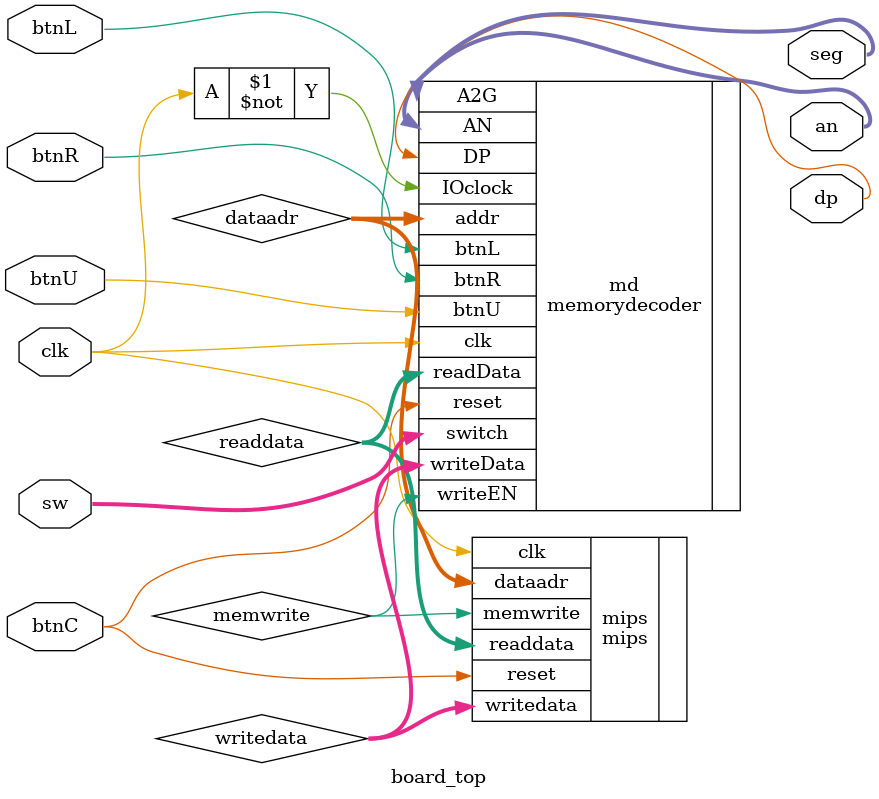
<source format=sv>
`timescale 1ns / 1ps


module board_top(
	input   logic       clk,
    input   logic       btnC, btnL, btnR, btnU,
    input   logic [15:0]sw,
    
    output  logic [3:0] an,
    output  logic       dp,
    output  logic [6:0] seg
);

    logic memwrite;
    logic [31:0] writedata, dataadr, readdata;
    
    mips mips(.clk(clk), .reset(btnC), .readdata(readdata), 
                .memwrite(memwrite), .writedata(writedata), .dataadr(dataadr));
    memorydecoder md(.clk(clk), .writeEN(memwrite), .addr(dataadr), 
                        .writeData(writedata), .readData(readdata), .IOclock(~clk),
                        .reset(btnC), .btnL(btnL), .btnR(btnR), .btnU(btnU), .switch(sw), .AN(an), .DP(dp), .A2G(seg));
endmodule

</source>
